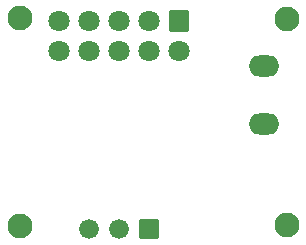
<source format=gbs>
G04 Layer: BottomSolderMaskLayer*
G04 EasyEDA v6.5.42, 2024-04-26 14:21:03*
G04 83e926d313864eea94535a794ce2a587,2865ae9118a24060a17af6d01c9bcc73,10*
G04 Gerber Generator version 0.2*
G04 Scale: 100 percent, Rotated: No, Reflected: No *
G04 Dimensions in millimeters *
G04 leading zeros omitted , absolute positions ,4 integer and 5 decimal *
%FSLAX45Y45*%
%MOMM*%

%AMMACRO1*1,1,$1,$2,$3*1,1,$1,$4,$5*1,1,$1,0-$2,0-$3*1,1,$1,0-$4,0-$5*20,1,$1,$2,$3,$4,$5,0*20,1,$1,$4,$5,0-$2,0-$3,0*20,1,$1,0-$2,0-$3,0-$4,0-$5,0*20,1,$1,0-$4,0-$5,$2,$3,0*4,1,4,$2,$3,$4,$5,0-$2,0-$3,0-$4,0-$5,$2,$3,0*%
%ADD10C,1.8016*%
%ADD11MACRO1,0.1016X0.7874X-0.85X-0.7874X-0.85*%
%ADD12C,1.6764*%
%ADD13MACRO1,0.1016X0.7874X-0.7874X-0.7874X-0.7874*%
%ADD14O,2.601595X1.8015966*%
%ADD15C,2.1016*%

%LPD*%
D10*
G01*
X-114300Y-647700D03*
G01*
X-114300Y-393700D03*
G01*
X139700Y-647700D03*
G01*
X139700Y-393700D03*
G01*
X393700Y-647700D03*
G01*
X393700Y-393700D03*
G01*
X647700Y-647700D03*
G01*
X647700Y-393700D03*
G01*
X901700Y-647700D03*
D11*
G01*
X901700Y-393700D03*
D12*
G01*
X139700Y-2159000D03*
G01*
X393700Y-2159000D03*
D13*
G01*
X647700Y-2159000D03*
D14*
G01*
X1625600Y-774700D03*
G01*
X1625600Y-1270000D03*
D15*
G01*
X1816100Y-2120900D03*
G01*
X-444500Y-368300D03*
G01*
X-444500Y-2133600D03*
G01*
X1816100Y-381000D03*
M02*

</source>
